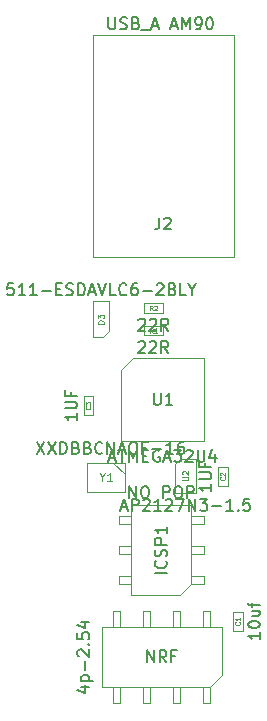
<source format=gbr>
%TF.GenerationSoftware,KiCad,Pcbnew,(5.1.9)-1*%
%TF.CreationDate,2021-04-16T13:15:18-04:00*%
%TF.ProjectId,mega_nrf24_usb,6d656761-5f6e-4726-9632-345f7573622e,rev?*%
%TF.SameCoordinates,Original*%
%TF.FileFunction,Other,Fab,Top*%
%FSLAX46Y46*%
G04 Gerber Fmt 4.6, Leading zero omitted, Abs format (unit mm)*
G04 Created by KiCad (PCBNEW (5.1.9)-1) date 2021-04-16 13:15:18*
%MOMM*%
%LPD*%
G01*
G04 APERTURE LIST*
%ADD10C,0.100000*%
%ADD11C,0.150000*%
%ADD12C,0.075000*%
%ADD13C,0.060000*%
%ADD14C,0.105000*%
G04 APERTURE END LIST*
D10*
%TO.C,U2*%
X251463280Y-108222500D02*
X251913280Y-107772500D01*
X253223280Y-107772500D02*
X251913280Y-107772500D01*
X251463280Y-108222500D02*
X251463280Y-110672500D01*
X253223280Y-110672500D02*
X251463280Y-110672500D01*
X253223280Y-107772500D02*
X253223280Y-110672500D01*
%TO.C,U1*%
X247918600Y-99255700D02*
X253918600Y-99255700D01*
X253918600Y-99255700D02*
X253918600Y-106255700D01*
X253918600Y-106255700D02*
X246918600Y-106255700D01*
X246918600Y-106255700D02*
X246918600Y-100255700D01*
X246918600Y-100255700D02*
X247918600Y-99255700D01*
%TO.C,R2*%
X248818000Y-95446600D02*
X248818000Y-94621600D01*
X248818000Y-94621600D02*
X250418000Y-94621600D01*
X250418000Y-94621600D02*
X250418000Y-95446600D01*
X250418000Y-95446600D02*
X248818000Y-95446600D01*
%TO.C,R1*%
X248818000Y-97326200D02*
X248818000Y-96501200D01*
X248818000Y-96501200D02*
X250418000Y-96501200D01*
X250418000Y-96501200D02*
X250418000Y-97326200D01*
X250418000Y-97326200D02*
X248818000Y-97326200D01*
%TO.C,NRF*%
X255397000Y-122008900D02*
X255397000Y-126088900D01*
X255397000Y-126088900D02*
X254397000Y-127088900D01*
X254397000Y-127088900D02*
X245237000Y-127088900D01*
X245237000Y-127088900D02*
X245237000Y-122008900D01*
X245237000Y-122008900D02*
X255397000Y-122008900D01*
X254447000Y-120628900D02*
X254447000Y-122008900D01*
X253807000Y-122008900D02*
X253807000Y-120628900D01*
X253807000Y-120628900D02*
X254447000Y-120628900D01*
X254447000Y-127088900D02*
X254447000Y-128468900D01*
X254447000Y-128468900D02*
X253807000Y-128468900D01*
X253807000Y-128468900D02*
X253807000Y-127088900D01*
X251907000Y-120628900D02*
X251907000Y-122008900D01*
X251267000Y-122008900D02*
X251267000Y-120628900D01*
X251267000Y-120628900D02*
X251907000Y-120628900D01*
X251907000Y-127088900D02*
X251907000Y-128468900D01*
X251907000Y-128468900D02*
X251267000Y-128468900D01*
X251267000Y-128468900D02*
X251267000Y-127088900D01*
X249367000Y-120628900D02*
X249367000Y-122008900D01*
X248727000Y-122008900D02*
X248727000Y-120628900D01*
X248727000Y-120628900D02*
X249367000Y-120628900D01*
X249367000Y-127088900D02*
X249367000Y-128468900D01*
X249367000Y-128468900D02*
X248727000Y-128468900D01*
X248727000Y-128468900D02*
X248727000Y-127088900D01*
X246827000Y-120628900D02*
X246827000Y-122008900D01*
X246187000Y-122008900D02*
X246187000Y-120628900D01*
X246187000Y-120628900D02*
X246827000Y-120628900D01*
X246827000Y-127088900D02*
X246827000Y-128468900D01*
X246827000Y-128468900D02*
X246187000Y-128468900D01*
X246187000Y-128468900D02*
X246187000Y-127088900D01*
%TO.C,ICSP1*%
X247756680Y-111706660D02*
X252836680Y-111706660D01*
X251886680Y-119326660D02*
X247756680Y-119326660D01*
X252836680Y-111706660D02*
X252836680Y-118376660D01*
X252836680Y-118376660D02*
X251886680Y-119326660D01*
X247756680Y-119326660D02*
X247756680Y-111706660D01*
X252836680Y-118376660D02*
X253896680Y-118376660D01*
X253896680Y-118376660D02*
X253896680Y-117736660D01*
X253896680Y-117736660D02*
X252836680Y-117736660D01*
X247756680Y-118376660D02*
X246696680Y-118376660D01*
X246696680Y-118376660D02*
X246696680Y-117736660D01*
X246696680Y-117736660D02*
X247756680Y-117736660D01*
X252836680Y-115836660D02*
X253896680Y-115836660D01*
X253896680Y-115836660D02*
X253896680Y-115196660D01*
X253896680Y-115196660D02*
X252836680Y-115196660D01*
X247756680Y-115836660D02*
X246696680Y-115836660D01*
X246696680Y-115836660D02*
X246696680Y-115196660D01*
X246696680Y-115196660D02*
X247756680Y-115196660D01*
X252836680Y-113296660D02*
X253896680Y-113296660D01*
X253896680Y-113296660D02*
X253896680Y-112656660D01*
X253896680Y-112656660D02*
X252836680Y-112656660D01*
X247756680Y-113296660D02*
X246696680Y-113296660D01*
X246696680Y-113296660D02*
X246696680Y-112656660D01*
X246696680Y-112656660D02*
X247756680Y-112656660D01*
%TO.C,C2*%
X255103680Y-108458100D02*
X255903680Y-108458100D01*
X255903680Y-108458100D02*
X255903680Y-110058100D01*
X255903680Y-110058100D02*
X255103680Y-110058100D01*
X255103680Y-110058100D02*
X255103680Y-108458100D01*
%TO.C,J2*%
X256471500Y-90725500D02*
X256471500Y-71925500D01*
X244471500Y-90725500D02*
X244471500Y-71925500D01*
X256471500Y-71925500D02*
X244471500Y-71925500D01*
X256471500Y-90725500D02*
X244471500Y-90725500D01*
%TO.C,Y1*%
X247235600Y-110601180D02*
X247235600Y-108101180D01*
X247235600Y-108101180D02*
X244035600Y-108101180D01*
X244035600Y-108101180D02*
X244035600Y-110601180D01*
X244035600Y-110601180D02*
X247235600Y-110601180D01*
X247235600Y-109101180D02*
X246235600Y-108101180D01*
%TO.C,D3*%
X245902200Y-94453940D02*
X244502200Y-94453940D01*
X244502200Y-97493940D02*
X244502200Y-94453940D01*
X245902200Y-96923940D02*
X245352200Y-97493940D01*
X245352200Y-97493940D02*
X244502200Y-97493940D01*
X245902200Y-96923940D02*
X245902200Y-94473940D01*
%TO.C,C3*%
X243709240Y-104058620D02*
X243709240Y-102458620D01*
X244509240Y-104058620D02*
X243709240Y-104058620D01*
X244509240Y-102458620D02*
X244509240Y-104058620D01*
X243709240Y-102458620D02*
X244509240Y-102458620D01*
%TO.C,C1*%
X257168600Y-120738700D02*
X257168600Y-122338700D01*
X256368600Y-120738700D02*
X257168600Y-120738700D01*
X256368600Y-122338700D02*
X256368600Y-120738700D01*
X257168600Y-122338700D02*
X256368600Y-122338700D01*
%TD*%
%TO.C,U2*%
D11*
X246890899Y-111889166D02*
X247367089Y-111889166D01*
X246795660Y-112174880D02*
X247128994Y-111174880D01*
X247462327Y-112174880D01*
X247795660Y-112174880D02*
X247795660Y-111174880D01*
X248176613Y-111174880D01*
X248271851Y-111222500D01*
X248319470Y-111270119D01*
X248367089Y-111365357D01*
X248367089Y-111508214D01*
X248319470Y-111603452D01*
X248271851Y-111651071D01*
X248176613Y-111698690D01*
X247795660Y-111698690D01*
X248748041Y-111270119D02*
X248795660Y-111222500D01*
X248890899Y-111174880D01*
X249128994Y-111174880D01*
X249224232Y-111222500D01*
X249271851Y-111270119D01*
X249319470Y-111365357D01*
X249319470Y-111460595D01*
X249271851Y-111603452D01*
X248700422Y-112174880D01*
X249319470Y-112174880D01*
X250271851Y-112174880D02*
X249700422Y-112174880D01*
X249986137Y-112174880D02*
X249986137Y-111174880D01*
X249890899Y-111317738D01*
X249795660Y-111412976D01*
X249700422Y-111460595D01*
X250652803Y-111270119D02*
X250700422Y-111222500D01*
X250795660Y-111174880D01*
X251033756Y-111174880D01*
X251128994Y-111222500D01*
X251176613Y-111270119D01*
X251224232Y-111365357D01*
X251224232Y-111460595D01*
X251176613Y-111603452D01*
X250605184Y-112174880D01*
X251224232Y-112174880D01*
X251557565Y-111174880D02*
X252224232Y-111174880D01*
X251795660Y-112174880D01*
X252605184Y-112174880D02*
X252605184Y-111174880D01*
X253176613Y-112174880D01*
X253176613Y-111174880D01*
X253557565Y-111174880D02*
X254176613Y-111174880D01*
X253843280Y-111555833D01*
X253986137Y-111555833D01*
X254081375Y-111603452D01*
X254128994Y-111651071D01*
X254176613Y-111746309D01*
X254176613Y-111984404D01*
X254128994Y-112079642D01*
X254081375Y-112127261D01*
X253986137Y-112174880D01*
X253700422Y-112174880D01*
X253605184Y-112127261D01*
X253557565Y-112079642D01*
X254605184Y-111793928D02*
X255367089Y-111793928D01*
X256367089Y-112174880D02*
X255795660Y-112174880D01*
X256081375Y-112174880D02*
X256081375Y-111174880D01*
X255986137Y-111317738D01*
X255890899Y-111412976D01*
X255795660Y-111460595D01*
X256795660Y-112079642D02*
X256843280Y-112127261D01*
X256795660Y-112174880D01*
X256748041Y-112127261D01*
X256795660Y-112079642D01*
X256795660Y-112174880D01*
X257748041Y-111174880D02*
X257271851Y-111174880D01*
X257224232Y-111651071D01*
X257271851Y-111603452D01*
X257367089Y-111555833D01*
X257605184Y-111555833D01*
X257700422Y-111603452D01*
X257748041Y-111651071D01*
X257795660Y-111746309D01*
X257795660Y-111984404D01*
X257748041Y-112079642D01*
X257700422Y-112127261D01*
X257605184Y-112174880D01*
X257367089Y-112174880D01*
X257271851Y-112127261D01*
X257224232Y-112079642D01*
D12*
X252069470Y-109603452D02*
X252474232Y-109603452D01*
X252521851Y-109579642D01*
X252545660Y-109555833D01*
X252569470Y-109508214D01*
X252569470Y-109412976D01*
X252545660Y-109365357D01*
X252521851Y-109341547D01*
X252474232Y-109317738D01*
X252069470Y-109317738D01*
X252117089Y-109103452D02*
X252093280Y-109079642D01*
X252069470Y-109032023D01*
X252069470Y-108912976D01*
X252093280Y-108865357D01*
X252117089Y-108841547D01*
X252164708Y-108817738D01*
X252212327Y-108817738D01*
X252283756Y-108841547D01*
X252569470Y-109127261D01*
X252569470Y-108817738D01*
%TO.C,U1*%
D11*
X245894790Y-107742366D02*
X246370980Y-107742366D01*
X245799552Y-108028080D02*
X246132885Y-107028080D01*
X246466219Y-108028080D01*
X246656695Y-107028080D02*
X247228123Y-107028080D01*
X246942409Y-108028080D02*
X246942409Y-107028080D01*
X247561457Y-108028080D02*
X247561457Y-107028080D01*
X247894790Y-107742366D01*
X248228123Y-107028080D01*
X248228123Y-108028080D01*
X248704314Y-107504271D02*
X249037647Y-107504271D01*
X249180504Y-108028080D02*
X248704314Y-108028080D01*
X248704314Y-107028080D01*
X249180504Y-107028080D01*
X250132885Y-107075700D02*
X250037647Y-107028080D01*
X249894790Y-107028080D01*
X249751933Y-107075700D01*
X249656695Y-107170938D01*
X249609076Y-107266176D01*
X249561457Y-107456652D01*
X249561457Y-107599509D01*
X249609076Y-107789985D01*
X249656695Y-107885223D01*
X249751933Y-107980461D01*
X249894790Y-108028080D01*
X249990028Y-108028080D01*
X250132885Y-107980461D01*
X250180504Y-107932842D01*
X250180504Y-107599509D01*
X249990028Y-107599509D01*
X250561457Y-107742366D02*
X251037647Y-107742366D01*
X250466219Y-108028080D02*
X250799552Y-107028080D01*
X251132885Y-108028080D01*
X251370980Y-107028080D02*
X251990028Y-107028080D01*
X251656695Y-107409033D01*
X251799552Y-107409033D01*
X251894790Y-107456652D01*
X251942409Y-107504271D01*
X251990028Y-107599509D01*
X251990028Y-107837604D01*
X251942409Y-107932842D01*
X251894790Y-107980461D01*
X251799552Y-108028080D01*
X251513838Y-108028080D01*
X251418600Y-107980461D01*
X251370980Y-107932842D01*
X252370980Y-107123319D02*
X252418600Y-107075700D01*
X252513838Y-107028080D01*
X252751933Y-107028080D01*
X252847171Y-107075700D01*
X252894790Y-107123319D01*
X252942409Y-107218557D01*
X252942409Y-107313795D01*
X252894790Y-107456652D01*
X252323361Y-108028080D01*
X252942409Y-108028080D01*
X253370980Y-107028080D02*
X253370980Y-107837604D01*
X253418600Y-107932842D01*
X253466219Y-107980461D01*
X253561457Y-108028080D01*
X253751933Y-108028080D01*
X253847171Y-107980461D01*
X253894790Y-107932842D01*
X253942409Y-107837604D01*
X253942409Y-107028080D01*
X254847171Y-107361414D02*
X254847171Y-108028080D01*
X254609076Y-106980461D02*
X254370980Y-107694747D01*
X254990028Y-107694747D01*
X249656695Y-102208080D02*
X249656695Y-103017604D01*
X249704314Y-103112842D01*
X249751933Y-103160461D01*
X249847171Y-103208080D01*
X250037647Y-103208080D01*
X250132885Y-103160461D01*
X250180504Y-103112842D01*
X250228123Y-103017604D01*
X250228123Y-102208080D01*
X251228123Y-103208080D02*
X250656695Y-103208080D01*
X250942409Y-103208080D02*
X250942409Y-102208080D01*
X250847171Y-102350938D01*
X250751933Y-102446176D01*
X250656695Y-102493795D01*
%TO.C,R2*%
X248356095Y-96011719D02*
X248403714Y-95964100D01*
X248498952Y-95916480D01*
X248737047Y-95916480D01*
X248832285Y-95964100D01*
X248879904Y-96011719D01*
X248927523Y-96106957D01*
X248927523Y-96202195D01*
X248879904Y-96345052D01*
X248308476Y-96916480D01*
X248927523Y-96916480D01*
X249308476Y-96011719D02*
X249356095Y-95964100D01*
X249451333Y-95916480D01*
X249689428Y-95916480D01*
X249784666Y-95964100D01*
X249832285Y-96011719D01*
X249879904Y-96106957D01*
X249879904Y-96202195D01*
X249832285Y-96345052D01*
X249260857Y-96916480D01*
X249879904Y-96916480D01*
X250879904Y-96916480D02*
X250546571Y-96440290D01*
X250308476Y-96916480D02*
X250308476Y-95916480D01*
X250689428Y-95916480D01*
X250784666Y-95964100D01*
X250832285Y-96011719D01*
X250879904Y-96106957D01*
X250879904Y-96249814D01*
X250832285Y-96345052D01*
X250784666Y-96392671D01*
X250689428Y-96440290D01*
X250308476Y-96440290D01*
D13*
X249551333Y-95215052D02*
X249418000Y-95024576D01*
X249322761Y-95215052D02*
X249322761Y-94815052D01*
X249475142Y-94815052D01*
X249513238Y-94834100D01*
X249532285Y-94853147D01*
X249551333Y-94891242D01*
X249551333Y-94948385D01*
X249532285Y-94986480D01*
X249513238Y-95005528D01*
X249475142Y-95024576D01*
X249322761Y-95024576D01*
X249703714Y-94853147D02*
X249722761Y-94834100D01*
X249760857Y-94815052D01*
X249856095Y-94815052D01*
X249894190Y-94834100D01*
X249913238Y-94853147D01*
X249932285Y-94891242D01*
X249932285Y-94929338D01*
X249913238Y-94986480D01*
X249684666Y-95215052D01*
X249932285Y-95215052D01*
%TO.C,R1*%
D11*
X248356095Y-97891319D02*
X248403714Y-97843700D01*
X248498952Y-97796080D01*
X248737047Y-97796080D01*
X248832285Y-97843700D01*
X248879904Y-97891319D01*
X248927523Y-97986557D01*
X248927523Y-98081795D01*
X248879904Y-98224652D01*
X248308476Y-98796080D01*
X248927523Y-98796080D01*
X249308476Y-97891319D02*
X249356095Y-97843700D01*
X249451333Y-97796080D01*
X249689428Y-97796080D01*
X249784666Y-97843700D01*
X249832285Y-97891319D01*
X249879904Y-97986557D01*
X249879904Y-98081795D01*
X249832285Y-98224652D01*
X249260857Y-98796080D01*
X249879904Y-98796080D01*
X250879904Y-98796080D02*
X250546571Y-98319890D01*
X250308476Y-98796080D02*
X250308476Y-97796080D01*
X250689428Y-97796080D01*
X250784666Y-97843700D01*
X250832285Y-97891319D01*
X250879904Y-97986557D01*
X250879904Y-98129414D01*
X250832285Y-98224652D01*
X250784666Y-98272271D01*
X250689428Y-98319890D01*
X250308476Y-98319890D01*
D13*
X249551333Y-97094652D02*
X249418000Y-96904176D01*
X249322761Y-97094652D02*
X249322761Y-96694652D01*
X249475142Y-96694652D01*
X249513238Y-96713700D01*
X249532285Y-96732747D01*
X249551333Y-96770842D01*
X249551333Y-96827985D01*
X249532285Y-96866080D01*
X249513238Y-96885128D01*
X249475142Y-96904176D01*
X249322761Y-96904176D01*
X249932285Y-97094652D02*
X249703714Y-97094652D01*
X249818000Y-97094652D02*
X249818000Y-96694652D01*
X249779904Y-96751795D01*
X249741809Y-96789890D01*
X249703714Y-96808938D01*
%TO.C,NRF*%
D11*
X243522714Y-127096519D02*
X244189380Y-127096519D01*
X243141761Y-127334614D02*
X243856047Y-127572709D01*
X243856047Y-126953661D01*
X243522714Y-126572709D02*
X244522714Y-126572709D01*
X243570333Y-126572709D02*
X243522714Y-126477471D01*
X243522714Y-126286995D01*
X243570333Y-126191757D01*
X243617952Y-126144138D01*
X243713190Y-126096519D01*
X243998904Y-126096519D01*
X244094142Y-126144138D01*
X244141761Y-126191757D01*
X244189380Y-126286995D01*
X244189380Y-126477471D01*
X244141761Y-126572709D01*
X243808428Y-125667947D02*
X243808428Y-124906042D01*
X243284619Y-124477471D02*
X243237000Y-124429852D01*
X243189380Y-124334614D01*
X243189380Y-124096519D01*
X243237000Y-124001280D01*
X243284619Y-123953661D01*
X243379857Y-123906042D01*
X243475095Y-123906042D01*
X243617952Y-123953661D01*
X244189380Y-124525090D01*
X244189380Y-123906042D01*
X244094142Y-123477471D02*
X244141761Y-123429852D01*
X244189380Y-123477471D01*
X244141761Y-123525090D01*
X244094142Y-123477471D01*
X244189380Y-123477471D01*
X243189380Y-122525090D02*
X243189380Y-123001280D01*
X243665571Y-123048900D01*
X243617952Y-123001280D01*
X243570333Y-122906042D01*
X243570333Y-122667947D01*
X243617952Y-122572709D01*
X243665571Y-122525090D01*
X243760809Y-122477471D01*
X243998904Y-122477471D01*
X244094142Y-122525090D01*
X244141761Y-122572709D01*
X244189380Y-122667947D01*
X244189380Y-122906042D01*
X244141761Y-123001280D01*
X244094142Y-123048900D01*
X243522714Y-121620328D02*
X244189380Y-121620328D01*
X243141761Y-121858423D02*
X243856047Y-122096519D01*
X243856047Y-121477471D01*
X249102714Y-125001280D02*
X249102714Y-124001280D01*
X249674142Y-125001280D01*
X249674142Y-124001280D01*
X250721761Y-125001280D02*
X250388428Y-124525090D01*
X250150333Y-125001280D02*
X250150333Y-124001280D01*
X250531285Y-124001280D01*
X250626523Y-124048900D01*
X250674142Y-124096519D01*
X250721761Y-124191757D01*
X250721761Y-124334614D01*
X250674142Y-124429852D01*
X250626523Y-124477471D01*
X250531285Y-124525090D01*
X250150333Y-124525090D01*
X251483666Y-124477471D02*
X251150333Y-124477471D01*
X251150333Y-125001280D02*
X251150333Y-124001280D01*
X251626523Y-124001280D01*
%TO.C,ICSP1*%
X247582394Y-111099040D02*
X247582394Y-110099040D01*
X248153822Y-111099040D01*
X248153822Y-110099040D01*
X248820489Y-110099040D02*
X249010965Y-110099040D01*
X249106203Y-110146660D01*
X249201441Y-110241898D01*
X249249060Y-110432374D01*
X249249060Y-110765707D01*
X249201441Y-110956183D01*
X249106203Y-111051421D01*
X249010965Y-111099040D01*
X248820489Y-111099040D01*
X248725251Y-111051421D01*
X248630013Y-110956183D01*
X248582394Y-110765707D01*
X248582394Y-110432374D01*
X248630013Y-110241898D01*
X248725251Y-110146660D01*
X248820489Y-110099040D01*
X250439537Y-111099040D02*
X250439537Y-110099040D01*
X250820489Y-110099040D01*
X250915727Y-110146660D01*
X250963346Y-110194279D01*
X251010965Y-110289517D01*
X251010965Y-110432374D01*
X250963346Y-110527612D01*
X250915727Y-110575231D01*
X250820489Y-110622850D01*
X250439537Y-110622850D01*
X251630013Y-110099040D02*
X251820489Y-110099040D01*
X251915727Y-110146660D01*
X252010965Y-110241898D01*
X252058584Y-110432374D01*
X252058584Y-110765707D01*
X252010965Y-110956183D01*
X251915727Y-111051421D01*
X251820489Y-111099040D01*
X251630013Y-111099040D01*
X251534775Y-111051421D01*
X251439537Y-110956183D01*
X251391918Y-110765707D01*
X251391918Y-110432374D01*
X251439537Y-110241898D01*
X251534775Y-110146660D01*
X251630013Y-110099040D01*
X252487156Y-111099040D02*
X252487156Y-110099040D01*
X252868108Y-110099040D01*
X252963346Y-110146660D01*
X253010965Y-110194279D01*
X253058584Y-110289517D01*
X253058584Y-110432374D01*
X253010965Y-110527612D01*
X252963346Y-110575231D01*
X252868108Y-110622850D01*
X252487156Y-110622850D01*
X250749060Y-117469040D02*
X249749060Y-117469040D01*
X250653822Y-116421421D02*
X250701441Y-116469040D01*
X250749060Y-116611898D01*
X250749060Y-116707136D01*
X250701441Y-116849993D01*
X250606203Y-116945231D01*
X250510965Y-116992850D01*
X250320489Y-117040469D01*
X250177632Y-117040469D01*
X249987156Y-116992850D01*
X249891918Y-116945231D01*
X249796680Y-116849993D01*
X249749060Y-116707136D01*
X249749060Y-116611898D01*
X249796680Y-116469040D01*
X249844299Y-116421421D01*
X250701441Y-116040469D02*
X250749060Y-115897612D01*
X250749060Y-115659517D01*
X250701441Y-115564279D01*
X250653822Y-115516660D01*
X250558584Y-115469040D01*
X250463346Y-115469040D01*
X250368108Y-115516660D01*
X250320489Y-115564279D01*
X250272870Y-115659517D01*
X250225251Y-115849993D01*
X250177632Y-115945231D01*
X250130013Y-115992850D01*
X250034775Y-116040469D01*
X249939537Y-116040469D01*
X249844299Y-115992850D01*
X249796680Y-115945231D01*
X249749060Y-115849993D01*
X249749060Y-115611898D01*
X249796680Y-115469040D01*
X250749060Y-115040469D02*
X249749060Y-115040469D01*
X249749060Y-114659517D01*
X249796680Y-114564279D01*
X249844299Y-114516660D01*
X249939537Y-114469040D01*
X250082394Y-114469040D01*
X250177632Y-114516660D01*
X250225251Y-114564279D01*
X250272870Y-114659517D01*
X250272870Y-115040469D01*
X250749060Y-113516660D02*
X250749060Y-114088088D01*
X250749060Y-113802374D02*
X249749060Y-113802374D01*
X249891918Y-113897612D01*
X249987156Y-113992850D01*
X250034775Y-114088088D01*
%TO.C,C2*%
X254526060Y-109924766D02*
X254526060Y-110496195D01*
X254526060Y-110210480D02*
X253526060Y-110210480D01*
X253668918Y-110305719D01*
X253764156Y-110400957D01*
X253811775Y-110496195D01*
X253526060Y-109496195D02*
X254335584Y-109496195D01*
X254430822Y-109448576D01*
X254478441Y-109400957D01*
X254526060Y-109305719D01*
X254526060Y-109115242D01*
X254478441Y-109020004D01*
X254430822Y-108972385D01*
X254335584Y-108924766D01*
X253526060Y-108924766D01*
X254002251Y-108115242D02*
X254002251Y-108448576D01*
X254526060Y-108448576D02*
X253526060Y-108448576D01*
X253526060Y-107972385D01*
D13*
X255646537Y-109324766D02*
X255665584Y-109343814D01*
X255684632Y-109400957D01*
X255684632Y-109439052D01*
X255665584Y-109496195D01*
X255627489Y-109534290D01*
X255589394Y-109553338D01*
X255513203Y-109572385D01*
X255456060Y-109572385D01*
X255379870Y-109553338D01*
X255341775Y-109534290D01*
X255303680Y-109496195D01*
X255284632Y-109439052D01*
X255284632Y-109400957D01*
X255303680Y-109343814D01*
X255322727Y-109324766D01*
X255322727Y-109172385D02*
X255303680Y-109153338D01*
X255284632Y-109115242D01*
X255284632Y-109020004D01*
X255303680Y-108981909D01*
X255322727Y-108962861D01*
X255360822Y-108943814D01*
X255398918Y-108943814D01*
X255456060Y-108962861D01*
X255684632Y-109191433D01*
X255684632Y-108943814D01*
%TO.C,J2*%
D11*
X245816738Y-70402880D02*
X245816738Y-71212404D01*
X245864357Y-71307642D01*
X245911976Y-71355261D01*
X246007214Y-71402880D01*
X246197690Y-71402880D01*
X246292928Y-71355261D01*
X246340547Y-71307642D01*
X246388166Y-71212404D01*
X246388166Y-70402880D01*
X246816738Y-71355261D02*
X246959595Y-71402880D01*
X247197690Y-71402880D01*
X247292928Y-71355261D01*
X247340547Y-71307642D01*
X247388166Y-71212404D01*
X247388166Y-71117166D01*
X247340547Y-71021928D01*
X247292928Y-70974309D01*
X247197690Y-70926690D01*
X247007214Y-70879071D01*
X246911976Y-70831452D01*
X246864357Y-70783833D01*
X246816738Y-70688595D01*
X246816738Y-70593357D01*
X246864357Y-70498119D01*
X246911976Y-70450500D01*
X247007214Y-70402880D01*
X247245309Y-70402880D01*
X247388166Y-70450500D01*
X248150071Y-70879071D02*
X248292928Y-70926690D01*
X248340547Y-70974309D01*
X248388166Y-71069547D01*
X248388166Y-71212404D01*
X248340547Y-71307642D01*
X248292928Y-71355261D01*
X248197690Y-71402880D01*
X247816738Y-71402880D01*
X247816738Y-70402880D01*
X248150071Y-70402880D01*
X248245309Y-70450500D01*
X248292928Y-70498119D01*
X248340547Y-70593357D01*
X248340547Y-70688595D01*
X248292928Y-70783833D01*
X248245309Y-70831452D01*
X248150071Y-70879071D01*
X247816738Y-70879071D01*
X248578642Y-71498119D02*
X249340547Y-71498119D01*
X249531023Y-71117166D02*
X250007214Y-71117166D01*
X249435785Y-71402880D02*
X249769119Y-70402880D01*
X250102452Y-71402880D01*
X251150071Y-71117166D02*
X251626261Y-71117166D01*
X251054833Y-71402880D02*
X251388166Y-70402880D01*
X251721500Y-71402880D01*
X252054833Y-71402880D02*
X252054833Y-70402880D01*
X252388166Y-71117166D01*
X252721500Y-70402880D01*
X252721500Y-71402880D01*
X253245309Y-71402880D02*
X253435785Y-71402880D01*
X253531023Y-71355261D01*
X253578642Y-71307642D01*
X253673880Y-71164785D01*
X253721500Y-70974309D01*
X253721500Y-70593357D01*
X253673880Y-70498119D01*
X253626261Y-70450500D01*
X253531023Y-70402880D01*
X253340547Y-70402880D01*
X253245309Y-70450500D01*
X253197690Y-70498119D01*
X253150071Y-70593357D01*
X253150071Y-70831452D01*
X253197690Y-70926690D01*
X253245309Y-70974309D01*
X253340547Y-71021928D01*
X253531023Y-71021928D01*
X253626261Y-70974309D01*
X253673880Y-70926690D01*
X253721500Y-70831452D01*
X254340547Y-70402880D02*
X254435785Y-70402880D01*
X254531023Y-70450500D01*
X254578642Y-70498119D01*
X254626261Y-70593357D01*
X254673880Y-70783833D01*
X254673880Y-71021928D01*
X254626261Y-71212404D01*
X254578642Y-71307642D01*
X254531023Y-71355261D01*
X254435785Y-71402880D01*
X254340547Y-71402880D01*
X254245309Y-71355261D01*
X254197690Y-71307642D01*
X254150071Y-71212404D01*
X254102452Y-71021928D01*
X254102452Y-70783833D01*
X254150071Y-70593357D01*
X254197690Y-70498119D01*
X254245309Y-70450500D01*
X254340547Y-70402880D01*
X250113166Y-87352880D02*
X250113166Y-88067166D01*
X250065547Y-88210023D01*
X249970309Y-88305261D01*
X249827452Y-88352880D01*
X249732214Y-88352880D01*
X250541738Y-87448119D02*
X250589357Y-87400500D01*
X250684595Y-87352880D01*
X250922690Y-87352880D01*
X251017928Y-87400500D01*
X251065547Y-87448119D01*
X251113166Y-87543357D01*
X251113166Y-87638595D01*
X251065547Y-87781452D01*
X250494119Y-88352880D01*
X251113166Y-88352880D01*
%TO.C,Y1*%
X239730838Y-106353560D02*
X240397504Y-107353560D01*
X240397504Y-106353560D02*
X239730838Y-107353560D01*
X240683219Y-106353560D02*
X241349885Y-107353560D01*
X241349885Y-106353560D02*
X240683219Y-107353560D01*
X241730838Y-107353560D02*
X241730838Y-106353560D01*
X241968933Y-106353560D01*
X242111790Y-106401180D01*
X242207028Y-106496418D01*
X242254647Y-106591656D01*
X242302266Y-106782132D01*
X242302266Y-106924989D01*
X242254647Y-107115465D01*
X242207028Y-107210703D01*
X242111790Y-107305941D01*
X241968933Y-107353560D01*
X241730838Y-107353560D01*
X243064171Y-106829751D02*
X243207028Y-106877370D01*
X243254647Y-106924989D01*
X243302266Y-107020227D01*
X243302266Y-107163084D01*
X243254647Y-107258322D01*
X243207028Y-107305941D01*
X243111790Y-107353560D01*
X242730838Y-107353560D01*
X242730838Y-106353560D01*
X243064171Y-106353560D01*
X243159409Y-106401180D01*
X243207028Y-106448799D01*
X243254647Y-106544037D01*
X243254647Y-106639275D01*
X243207028Y-106734513D01*
X243159409Y-106782132D01*
X243064171Y-106829751D01*
X242730838Y-106829751D01*
X244064171Y-106829751D02*
X244207028Y-106877370D01*
X244254647Y-106924989D01*
X244302266Y-107020227D01*
X244302266Y-107163084D01*
X244254647Y-107258322D01*
X244207028Y-107305941D01*
X244111790Y-107353560D01*
X243730838Y-107353560D01*
X243730838Y-106353560D01*
X244064171Y-106353560D01*
X244159409Y-106401180D01*
X244207028Y-106448799D01*
X244254647Y-106544037D01*
X244254647Y-106639275D01*
X244207028Y-106734513D01*
X244159409Y-106782132D01*
X244064171Y-106829751D01*
X243730838Y-106829751D01*
X245302266Y-107258322D02*
X245254647Y-107305941D01*
X245111790Y-107353560D01*
X245016552Y-107353560D01*
X244873695Y-107305941D01*
X244778457Y-107210703D01*
X244730838Y-107115465D01*
X244683219Y-106924989D01*
X244683219Y-106782132D01*
X244730838Y-106591656D01*
X244778457Y-106496418D01*
X244873695Y-106401180D01*
X245016552Y-106353560D01*
X245111790Y-106353560D01*
X245254647Y-106401180D01*
X245302266Y-106448799D01*
X245730838Y-107353560D02*
X245730838Y-106353560D01*
X246302266Y-107353560D01*
X246302266Y-106353560D01*
X246730838Y-107067846D02*
X247207028Y-107067846D01*
X246635600Y-107353560D02*
X246968933Y-106353560D01*
X247302266Y-107353560D01*
X247826076Y-106353560D02*
X248016552Y-106353560D01*
X248111790Y-106401180D01*
X248207028Y-106496418D01*
X248254647Y-106686894D01*
X248254647Y-107020227D01*
X248207028Y-107210703D01*
X248111790Y-107305941D01*
X248016552Y-107353560D01*
X247826076Y-107353560D01*
X247730838Y-107305941D01*
X247635600Y-107210703D01*
X247587980Y-107020227D01*
X247587980Y-106686894D01*
X247635600Y-106496418D01*
X247730838Y-106401180D01*
X247826076Y-106353560D01*
X249016552Y-106829751D02*
X248683219Y-106829751D01*
X248683219Y-107353560D02*
X248683219Y-106353560D01*
X249159409Y-106353560D01*
X249540361Y-106972608D02*
X250302266Y-106972608D01*
X251302266Y-107353560D02*
X250730838Y-107353560D01*
X251016552Y-107353560D02*
X251016552Y-106353560D01*
X250921314Y-106496418D01*
X250826076Y-106591656D01*
X250730838Y-106639275D01*
X252159409Y-106353560D02*
X251968933Y-106353560D01*
X251873695Y-106401180D01*
X251826076Y-106448799D01*
X251730838Y-106591656D01*
X251683219Y-106782132D01*
X251683219Y-107163084D01*
X251730838Y-107258322D01*
X251778457Y-107305941D01*
X251873695Y-107353560D01*
X252064171Y-107353560D01*
X252159409Y-107305941D01*
X252207028Y-107258322D01*
X252254647Y-107163084D01*
X252254647Y-106924989D01*
X252207028Y-106829751D01*
X252159409Y-106782132D01*
X252064171Y-106734513D01*
X251873695Y-106734513D01*
X251778457Y-106782132D01*
X251730838Y-106829751D01*
X251683219Y-106924989D01*
D14*
X245302266Y-109334513D02*
X245302266Y-109667846D01*
X245068933Y-108967846D02*
X245302266Y-109334513D01*
X245535600Y-108967846D01*
X246135600Y-109667846D02*
X245735600Y-109667846D01*
X245935600Y-109667846D02*
X245935600Y-108967846D01*
X245868933Y-109067846D01*
X245802266Y-109134513D01*
X245735600Y-109167846D01*
%TO.C,D3*%
D11*
X237773628Y-92926320D02*
X237297438Y-92926320D01*
X237249819Y-93402511D01*
X237297438Y-93354892D01*
X237392676Y-93307273D01*
X237630771Y-93307273D01*
X237726009Y-93354892D01*
X237773628Y-93402511D01*
X237821247Y-93497749D01*
X237821247Y-93735844D01*
X237773628Y-93831082D01*
X237726009Y-93878701D01*
X237630771Y-93926320D01*
X237392676Y-93926320D01*
X237297438Y-93878701D01*
X237249819Y-93831082D01*
X238773628Y-93926320D02*
X238202200Y-93926320D01*
X238487914Y-93926320D02*
X238487914Y-92926320D01*
X238392676Y-93069178D01*
X238297438Y-93164416D01*
X238202200Y-93212035D01*
X239726009Y-93926320D02*
X239154580Y-93926320D01*
X239440295Y-93926320D02*
X239440295Y-92926320D01*
X239345057Y-93069178D01*
X239249819Y-93164416D01*
X239154580Y-93212035D01*
X240154580Y-93545368D02*
X240916485Y-93545368D01*
X241392676Y-93402511D02*
X241726009Y-93402511D01*
X241868866Y-93926320D02*
X241392676Y-93926320D01*
X241392676Y-92926320D01*
X241868866Y-92926320D01*
X242249819Y-93878701D02*
X242392676Y-93926320D01*
X242630771Y-93926320D01*
X242726009Y-93878701D01*
X242773628Y-93831082D01*
X242821247Y-93735844D01*
X242821247Y-93640606D01*
X242773628Y-93545368D01*
X242726009Y-93497749D01*
X242630771Y-93450130D01*
X242440295Y-93402511D01*
X242345057Y-93354892D01*
X242297438Y-93307273D01*
X242249819Y-93212035D01*
X242249819Y-93116797D01*
X242297438Y-93021559D01*
X242345057Y-92973940D01*
X242440295Y-92926320D01*
X242678390Y-92926320D01*
X242821247Y-92973940D01*
X243249819Y-93926320D02*
X243249819Y-92926320D01*
X243487914Y-92926320D01*
X243630771Y-92973940D01*
X243726009Y-93069178D01*
X243773628Y-93164416D01*
X243821247Y-93354892D01*
X243821247Y-93497749D01*
X243773628Y-93688225D01*
X243726009Y-93783463D01*
X243630771Y-93878701D01*
X243487914Y-93926320D01*
X243249819Y-93926320D01*
X244202200Y-93640606D02*
X244678390Y-93640606D01*
X244106961Y-93926320D02*
X244440295Y-92926320D01*
X244773628Y-93926320D01*
X244964104Y-92926320D02*
X245297438Y-93926320D01*
X245630771Y-92926320D01*
X246440295Y-93926320D02*
X245964104Y-93926320D01*
X245964104Y-92926320D01*
X247345057Y-93831082D02*
X247297438Y-93878701D01*
X247154580Y-93926320D01*
X247059342Y-93926320D01*
X246916485Y-93878701D01*
X246821247Y-93783463D01*
X246773628Y-93688225D01*
X246726009Y-93497749D01*
X246726009Y-93354892D01*
X246773628Y-93164416D01*
X246821247Y-93069178D01*
X246916485Y-92973940D01*
X247059342Y-92926320D01*
X247154580Y-92926320D01*
X247297438Y-92973940D01*
X247345057Y-93021559D01*
X248202200Y-92926320D02*
X248011723Y-92926320D01*
X247916485Y-92973940D01*
X247868866Y-93021559D01*
X247773628Y-93164416D01*
X247726009Y-93354892D01*
X247726009Y-93735844D01*
X247773628Y-93831082D01*
X247821247Y-93878701D01*
X247916485Y-93926320D01*
X248106961Y-93926320D01*
X248202200Y-93878701D01*
X248249819Y-93831082D01*
X248297438Y-93735844D01*
X248297438Y-93497749D01*
X248249819Y-93402511D01*
X248202200Y-93354892D01*
X248106961Y-93307273D01*
X247916485Y-93307273D01*
X247821247Y-93354892D01*
X247773628Y-93402511D01*
X247726009Y-93497749D01*
X248726009Y-93545368D02*
X249487914Y-93545368D01*
X249916485Y-93021559D02*
X249964104Y-92973940D01*
X250059342Y-92926320D01*
X250297438Y-92926320D01*
X250392676Y-92973940D01*
X250440295Y-93021559D01*
X250487914Y-93116797D01*
X250487914Y-93212035D01*
X250440295Y-93354892D01*
X249868866Y-93926320D01*
X250487914Y-93926320D01*
X251249819Y-93402511D02*
X251392676Y-93450130D01*
X251440295Y-93497749D01*
X251487914Y-93592987D01*
X251487914Y-93735844D01*
X251440295Y-93831082D01*
X251392676Y-93878701D01*
X251297438Y-93926320D01*
X250916485Y-93926320D01*
X250916485Y-92926320D01*
X251249819Y-92926320D01*
X251345057Y-92973940D01*
X251392676Y-93021559D01*
X251440295Y-93116797D01*
X251440295Y-93212035D01*
X251392676Y-93307273D01*
X251345057Y-93354892D01*
X251249819Y-93402511D01*
X250916485Y-93402511D01*
X252392676Y-93926320D02*
X251916485Y-93926320D01*
X251916485Y-92926320D01*
X252916485Y-93450130D02*
X252916485Y-93926320D01*
X252583152Y-92926320D02*
X252916485Y-93450130D01*
X253249819Y-92926320D01*
D12*
X245428390Y-96342987D02*
X244928390Y-96342987D01*
X244928390Y-96223940D01*
X244952200Y-96152511D01*
X244999819Y-96104892D01*
X245047438Y-96081082D01*
X245142676Y-96057273D01*
X245214104Y-96057273D01*
X245309342Y-96081082D01*
X245356961Y-96104892D01*
X245404580Y-96152511D01*
X245428390Y-96223940D01*
X245428390Y-96342987D01*
X244928390Y-95890606D02*
X244928390Y-95581082D01*
X245118866Y-95747749D01*
X245118866Y-95676320D01*
X245142676Y-95628701D01*
X245166485Y-95604892D01*
X245214104Y-95581082D01*
X245333152Y-95581082D01*
X245380771Y-95604892D01*
X245404580Y-95628701D01*
X245428390Y-95676320D01*
X245428390Y-95819178D01*
X245404580Y-95866797D01*
X245380771Y-95890606D01*
%TO.C,C3*%
D11*
X243131620Y-103925286D02*
X243131620Y-104496715D01*
X243131620Y-104211000D02*
X242131620Y-104211000D01*
X242274478Y-104306239D01*
X242369716Y-104401477D01*
X242417335Y-104496715D01*
X242131620Y-103496715D02*
X242941144Y-103496715D01*
X243036382Y-103449096D01*
X243084001Y-103401477D01*
X243131620Y-103306239D01*
X243131620Y-103115762D01*
X243084001Y-103020524D01*
X243036382Y-102972905D01*
X242941144Y-102925286D01*
X242131620Y-102925286D01*
X242607811Y-102115762D02*
X242607811Y-102449096D01*
X243131620Y-102449096D02*
X242131620Y-102449096D01*
X242131620Y-101972905D01*
D13*
X244252097Y-103325286D02*
X244271144Y-103344334D01*
X244290192Y-103401477D01*
X244290192Y-103439572D01*
X244271144Y-103496715D01*
X244233049Y-103534810D01*
X244194954Y-103553858D01*
X244118763Y-103572905D01*
X244061620Y-103572905D01*
X243985430Y-103553858D01*
X243947335Y-103534810D01*
X243909240Y-103496715D01*
X243890192Y-103439572D01*
X243890192Y-103401477D01*
X243909240Y-103344334D01*
X243928287Y-103325286D01*
X243890192Y-103191953D02*
X243890192Y-102944334D01*
X244042573Y-103077667D01*
X244042573Y-103020524D01*
X244061620Y-102982429D01*
X244080668Y-102963381D01*
X244118763Y-102944334D01*
X244214001Y-102944334D01*
X244252097Y-102963381D01*
X244271144Y-102982429D01*
X244290192Y-103020524D01*
X244290192Y-103134810D01*
X244271144Y-103172905D01*
X244252097Y-103191953D01*
%TO.C,C1*%
D11*
X258650980Y-122467271D02*
X258650980Y-123038700D01*
X258650980Y-122752985D02*
X257650980Y-122752985D01*
X257793838Y-122848223D01*
X257889076Y-122943461D01*
X257936695Y-123038700D01*
X257650980Y-121848223D02*
X257650980Y-121752985D01*
X257698600Y-121657747D01*
X257746219Y-121610128D01*
X257841457Y-121562509D01*
X258031933Y-121514890D01*
X258270028Y-121514890D01*
X258460504Y-121562509D01*
X258555742Y-121610128D01*
X258603361Y-121657747D01*
X258650980Y-121752985D01*
X258650980Y-121848223D01*
X258603361Y-121943461D01*
X258555742Y-121991080D01*
X258460504Y-122038700D01*
X258270028Y-122086319D01*
X258031933Y-122086319D01*
X257841457Y-122038700D01*
X257746219Y-121991080D01*
X257698600Y-121943461D01*
X257650980Y-121848223D01*
X257984314Y-120657747D02*
X258650980Y-120657747D01*
X257984314Y-121086319D02*
X258508123Y-121086319D01*
X258603361Y-121038700D01*
X258650980Y-120943461D01*
X258650980Y-120800604D01*
X258603361Y-120705366D01*
X258555742Y-120657747D01*
X257984314Y-120324414D02*
X257984314Y-119943461D01*
X258650980Y-120181557D02*
X257793838Y-120181557D01*
X257698600Y-120133938D01*
X257650980Y-120038700D01*
X257650980Y-119943461D01*
D13*
X256911457Y-121605366D02*
X256930504Y-121624414D01*
X256949552Y-121681557D01*
X256949552Y-121719652D01*
X256930504Y-121776795D01*
X256892409Y-121814890D01*
X256854314Y-121833938D01*
X256778123Y-121852985D01*
X256720980Y-121852985D01*
X256644790Y-121833938D01*
X256606695Y-121814890D01*
X256568600Y-121776795D01*
X256549552Y-121719652D01*
X256549552Y-121681557D01*
X256568600Y-121624414D01*
X256587647Y-121605366D01*
X256949552Y-121224414D02*
X256949552Y-121452985D01*
X256949552Y-121338700D02*
X256549552Y-121338700D01*
X256606695Y-121376795D01*
X256644790Y-121414890D01*
X256663838Y-121452985D01*
%TD*%
M02*

</source>
